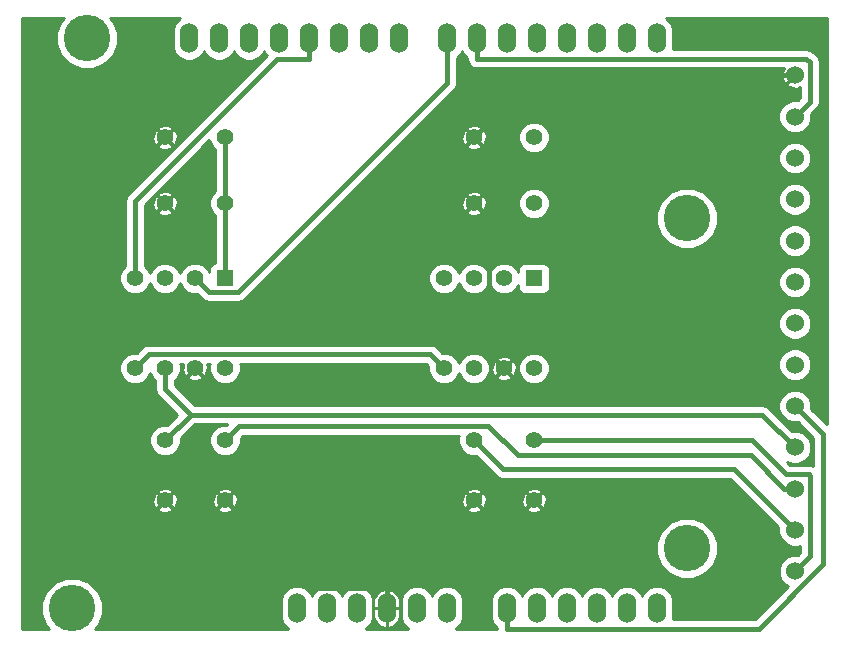
<source format=gtl>
G04 (created by PCBNEW-RS274X (2011-aug-04)-testing) date Mon 24 Sep 2012 02:44:33 PM PDT*
G01*
G70*
G90*
%MOIN*%
G04 Gerber Fmt 3.4, Leading zero omitted, Abs format*
%FSLAX34Y34*%
G04 APERTURE LIST*
%ADD10C,0.006000*%
%ADD11R,0.055000X0.055000*%
%ADD12C,0.055000*%
%ADD13O,0.060000X0.100000*%
%ADD14C,0.155000*%
%ADD15C,0.060000*%
%ADD16C,0.015000*%
%ADD17C,0.010000*%
G04 APERTURE END LIST*
G54D10*
G54D11*
X27400Y-18000D03*
G54D12*
X26400Y-18000D03*
X25400Y-18000D03*
X24400Y-18000D03*
X24400Y-21000D03*
X25400Y-21000D03*
X26400Y-21000D03*
X27400Y-21000D03*
G54D11*
X17100Y-18000D03*
G54D12*
X16100Y-18000D03*
X15100Y-18000D03*
X14100Y-18000D03*
X14100Y-21000D03*
X15100Y-21000D03*
X16100Y-21000D03*
X17100Y-21000D03*
X27400Y-13300D03*
X25400Y-13300D03*
X17100Y-13300D03*
X15100Y-13300D03*
X27400Y-15500D03*
X25400Y-15500D03*
X17100Y-15500D03*
X15100Y-15500D03*
X27400Y-23400D03*
X27400Y-25400D03*
X17100Y-23400D03*
X17100Y-25400D03*
X25400Y-23400D03*
X25400Y-25400D03*
X15100Y-23400D03*
X15100Y-25400D03*
G54D13*
X31500Y-29000D03*
X30500Y-29000D03*
X29500Y-29000D03*
X26500Y-29000D03*
X27500Y-29000D03*
X28500Y-29000D03*
X24500Y-29000D03*
X23500Y-29000D03*
X22500Y-29000D03*
X20500Y-29000D03*
X19500Y-29000D03*
X31500Y-10000D03*
X30500Y-10000D03*
X29500Y-10000D03*
X28500Y-10000D03*
X27500Y-10000D03*
X26500Y-10000D03*
X25500Y-10000D03*
X24500Y-10000D03*
X22900Y-10000D03*
X21900Y-10000D03*
X20900Y-10000D03*
X19900Y-10000D03*
X18900Y-10000D03*
X17900Y-10000D03*
X16900Y-10000D03*
X15900Y-10000D03*
X21500Y-29000D03*
G54D14*
X32500Y-27000D03*
X32500Y-16000D03*
X12500Y-10000D03*
X12000Y-29000D03*
G54D15*
X36101Y-27769D03*
X36100Y-26392D03*
X36099Y-25011D03*
X36100Y-23634D03*
X36100Y-22256D03*
X36100Y-20880D03*
X36100Y-19501D03*
X36099Y-18123D03*
X36099Y-16745D03*
X36099Y-15365D03*
X36098Y-12611D03*
X36099Y-13989D03*
X36099Y-11233D03*
G54D16*
X17100Y-18000D02*
X17100Y-15500D01*
X17100Y-15500D02*
X17100Y-13300D01*
X34894Y-29678D02*
X26500Y-29678D01*
X37035Y-27537D02*
X34894Y-29678D01*
X37035Y-23191D02*
X37035Y-27537D01*
X36100Y-22256D02*
X37035Y-23191D01*
X26500Y-29000D02*
X26500Y-29678D01*
X16554Y-18454D02*
X16100Y-18000D01*
X17533Y-18454D02*
X16554Y-18454D01*
X24500Y-11487D02*
X17533Y-18454D01*
X24500Y-10000D02*
X24500Y-11487D01*
X36484Y-10678D02*
X25500Y-10678D01*
X36603Y-10797D02*
X36484Y-10678D01*
X36603Y-12106D02*
X36603Y-10797D01*
X36098Y-12611D02*
X36603Y-12106D01*
X25500Y-10000D02*
X25500Y-10678D01*
X14566Y-20534D02*
X14100Y-21000D01*
X23934Y-20534D02*
X14566Y-20534D01*
X24400Y-21000D02*
X23934Y-20534D01*
X14100Y-15415D02*
X14100Y-18000D01*
X18837Y-10678D02*
X14100Y-15415D01*
X19900Y-10678D02*
X18837Y-10678D01*
X19900Y-10000D02*
X19900Y-10678D01*
X34666Y-23400D02*
X27400Y-23400D01*
X35798Y-24532D02*
X34666Y-23400D01*
X36555Y-24532D02*
X35798Y-24532D01*
X36598Y-24575D02*
X36555Y-24532D01*
X36598Y-27272D02*
X36598Y-24575D01*
X36101Y-27769D02*
X36598Y-27272D01*
X35741Y-25011D02*
X36099Y-25011D01*
X34632Y-23902D02*
X35741Y-25011D01*
X26854Y-23902D02*
X34632Y-23902D01*
X25878Y-22926D02*
X26854Y-23902D01*
X17574Y-22926D02*
X25878Y-22926D01*
X17100Y-23400D02*
X17574Y-22926D01*
X34073Y-24365D02*
X36100Y-26392D01*
X26365Y-24365D02*
X34073Y-24365D01*
X25400Y-23400D02*
X26365Y-24365D01*
X15100Y-21694D02*
X15100Y-21000D01*
X15953Y-22547D02*
X15100Y-21694D01*
X35013Y-22547D02*
X15953Y-22547D01*
X36100Y-23634D02*
X35013Y-22547D01*
X15953Y-22547D02*
X15100Y-23400D01*
X27467Y-11233D02*
X25400Y-13300D01*
X36099Y-11233D02*
X27467Y-11233D01*
X25900Y-20500D02*
X26400Y-21000D01*
X25900Y-16000D02*
X25900Y-20500D01*
X25400Y-15500D02*
X25900Y-16000D01*
X20022Y-28322D02*
X17100Y-25400D01*
X22500Y-28322D02*
X20022Y-28322D01*
X22500Y-29000D02*
X22500Y-28322D01*
X25400Y-25422D02*
X22500Y-28322D01*
X25400Y-25400D02*
X25400Y-25422D01*
G54D10*
G36*
X16775Y-17476D02*
X16684Y-17514D01*
X16614Y-17584D01*
X16576Y-17675D01*
X16576Y-17774D01*
X16576Y-17777D01*
X16545Y-17703D01*
X16398Y-17555D01*
X16205Y-17475D01*
X15996Y-17475D01*
X15803Y-17555D01*
X15655Y-17702D01*
X15599Y-17835D01*
X15545Y-17703D01*
X15518Y-17675D01*
X15518Y-15429D01*
X15459Y-15274D01*
X15446Y-15255D01*
X15377Y-15230D01*
X15370Y-15237D01*
X15370Y-15223D01*
X15345Y-15154D01*
X15194Y-15086D01*
X15029Y-15082D01*
X14874Y-15141D01*
X14855Y-15154D01*
X14830Y-15223D01*
X15100Y-15493D01*
X15370Y-15223D01*
X15370Y-15237D01*
X15107Y-15500D01*
X15377Y-15770D01*
X15446Y-15745D01*
X15514Y-15594D01*
X15518Y-15429D01*
X15518Y-17675D01*
X15398Y-17555D01*
X15370Y-17543D01*
X15370Y-15777D01*
X15100Y-15507D01*
X15093Y-15514D01*
X15093Y-15500D01*
X14823Y-15230D01*
X14754Y-15255D01*
X14686Y-15406D01*
X14682Y-15571D01*
X14741Y-15726D01*
X14754Y-15745D01*
X14823Y-15770D01*
X15093Y-15500D01*
X15093Y-15514D01*
X14830Y-15777D01*
X14855Y-15846D01*
X15006Y-15914D01*
X15171Y-15918D01*
X15326Y-15859D01*
X15345Y-15846D01*
X15370Y-15777D01*
X15370Y-17543D01*
X15205Y-17475D01*
X14996Y-17475D01*
X14803Y-17555D01*
X14655Y-17702D01*
X14599Y-17835D01*
X14545Y-17703D01*
X14425Y-17582D01*
X14425Y-15550D01*
X16575Y-13400D01*
X16575Y-13404D01*
X16655Y-13597D01*
X16775Y-13717D01*
X16775Y-15082D01*
X16655Y-15202D01*
X16575Y-15395D01*
X16575Y-15604D01*
X16655Y-15797D01*
X16775Y-15917D01*
X16775Y-17476D01*
X16775Y-17476D01*
G37*
G54D17*
X16775Y-17476D02*
X16684Y-17514D01*
X16614Y-17584D01*
X16576Y-17675D01*
X16576Y-17774D01*
X16576Y-17777D01*
X16545Y-17703D01*
X16398Y-17555D01*
X16205Y-17475D01*
X15996Y-17475D01*
X15803Y-17555D01*
X15655Y-17702D01*
X15599Y-17835D01*
X15545Y-17703D01*
X15518Y-17675D01*
X15518Y-15429D01*
X15459Y-15274D01*
X15446Y-15255D01*
X15377Y-15230D01*
X15370Y-15237D01*
X15370Y-15223D01*
X15345Y-15154D01*
X15194Y-15086D01*
X15029Y-15082D01*
X14874Y-15141D01*
X14855Y-15154D01*
X14830Y-15223D01*
X15100Y-15493D01*
X15370Y-15223D01*
X15370Y-15237D01*
X15107Y-15500D01*
X15377Y-15770D01*
X15446Y-15745D01*
X15514Y-15594D01*
X15518Y-15429D01*
X15518Y-17675D01*
X15398Y-17555D01*
X15370Y-17543D01*
X15370Y-15777D01*
X15100Y-15507D01*
X15093Y-15514D01*
X15093Y-15500D01*
X14823Y-15230D01*
X14754Y-15255D01*
X14686Y-15406D01*
X14682Y-15571D01*
X14741Y-15726D01*
X14754Y-15745D01*
X14823Y-15770D01*
X15093Y-15500D01*
X15093Y-15514D01*
X14830Y-15777D01*
X14855Y-15846D01*
X15006Y-15914D01*
X15171Y-15918D01*
X15326Y-15859D01*
X15345Y-15846D01*
X15370Y-15777D01*
X15370Y-17543D01*
X15205Y-17475D01*
X14996Y-17475D01*
X14803Y-17555D01*
X14655Y-17702D01*
X14599Y-17835D01*
X14545Y-17703D01*
X14425Y-17582D01*
X14425Y-15550D01*
X16575Y-13400D01*
X16575Y-13404D01*
X16655Y-13597D01*
X16775Y-13717D01*
X16775Y-15082D01*
X16655Y-15202D01*
X16575Y-15395D01*
X16575Y-15604D01*
X16655Y-15797D01*
X16775Y-15917D01*
X16775Y-17476D01*
G54D10*
G36*
X37175Y-22871D02*
X36649Y-22345D01*
X36649Y-22147D01*
X36649Y-20989D01*
X36649Y-20771D01*
X36649Y-19610D01*
X36649Y-19392D01*
X36648Y-19389D01*
X36648Y-18232D01*
X36648Y-18014D01*
X36648Y-16854D01*
X36648Y-16636D01*
X36648Y-15474D01*
X36648Y-15256D01*
X36648Y-14098D01*
X36648Y-13880D01*
X36564Y-13678D01*
X36410Y-13524D01*
X36208Y-13440D01*
X35990Y-13440D01*
X35788Y-13524D01*
X35634Y-13678D01*
X35550Y-13880D01*
X35550Y-14098D01*
X35634Y-14300D01*
X35788Y-14454D01*
X35990Y-14538D01*
X36208Y-14538D01*
X36410Y-14454D01*
X36564Y-14300D01*
X36648Y-14098D01*
X36648Y-15256D01*
X36564Y-15054D01*
X36410Y-14900D01*
X36208Y-14816D01*
X35990Y-14816D01*
X35788Y-14900D01*
X35634Y-15054D01*
X35550Y-15256D01*
X35550Y-15474D01*
X35634Y-15676D01*
X35788Y-15830D01*
X35990Y-15914D01*
X36208Y-15914D01*
X36410Y-15830D01*
X36564Y-15676D01*
X36648Y-15474D01*
X36648Y-16636D01*
X36564Y-16434D01*
X36410Y-16280D01*
X36208Y-16196D01*
X35990Y-16196D01*
X35788Y-16280D01*
X35634Y-16434D01*
X35550Y-16636D01*
X35550Y-16854D01*
X35634Y-17056D01*
X35788Y-17210D01*
X35990Y-17294D01*
X36208Y-17294D01*
X36410Y-17210D01*
X36564Y-17056D01*
X36648Y-16854D01*
X36648Y-18014D01*
X36564Y-17812D01*
X36410Y-17658D01*
X36208Y-17574D01*
X35990Y-17574D01*
X35788Y-17658D01*
X35634Y-17812D01*
X35550Y-18014D01*
X35550Y-18232D01*
X35634Y-18434D01*
X35788Y-18588D01*
X35990Y-18672D01*
X36208Y-18672D01*
X36410Y-18588D01*
X36564Y-18434D01*
X36648Y-18232D01*
X36648Y-19389D01*
X36565Y-19190D01*
X36411Y-19036D01*
X36209Y-18952D01*
X35991Y-18952D01*
X35789Y-19036D01*
X35635Y-19190D01*
X35551Y-19392D01*
X35551Y-19610D01*
X35635Y-19812D01*
X35789Y-19966D01*
X35991Y-20050D01*
X36209Y-20050D01*
X36411Y-19966D01*
X36565Y-19812D01*
X36649Y-19610D01*
X36649Y-20771D01*
X36565Y-20569D01*
X36411Y-20415D01*
X36209Y-20331D01*
X35991Y-20331D01*
X35789Y-20415D01*
X35635Y-20569D01*
X35551Y-20771D01*
X35551Y-20989D01*
X35635Y-21191D01*
X35789Y-21345D01*
X35991Y-21429D01*
X36209Y-21429D01*
X36411Y-21345D01*
X36565Y-21191D01*
X36649Y-20989D01*
X36649Y-22147D01*
X36565Y-21945D01*
X36411Y-21791D01*
X36209Y-21707D01*
X35991Y-21707D01*
X35789Y-21791D01*
X35635Y-21945D01*
X35551Y-22147D01*
X35551Y-22365D01*
X35635Y-22567D01*
X35789Y-22721D01*
X35991Y-22805D01*
X36189Y-22805D01*
X36710Y-23326D01*
X36710Y-24252D01*
X36679Y-24232D01*
X36555Y-24207D01*
X35932Y-24207D01*
X35849Y-24124D01*
X35991Y-24183D01*
X36209Y-24183D01*
X36411Y-24099D01*
X36565Y-23945D01*
X36649Y-23743D01*
X36649Y-23525D01*
X36565Y-23323D01*
X36411Y-23169D01*
X36209Y-23085D01*
X36011Y-23085D01*
X35243Y-22317D01*
X35137Y-22247D01*
X35013Y-22222D01*
X33525Y-22222D01*
X33525Y-16205D01*
X33525Y-15797D01*
X33369Y-15420D01*
X33081Y-15132D01*
X32705Y-14975D01*
X32297Y-14975D01*
X31920Y-15131D01*
X31632Y-15419D01*
X31475Y-15795D01*
X31475Y-16203D01*
X31631Y-16580D01*
X31919Y-16868D01*
X32295Y-17025D01*
X32703Y-17025D01*
X33080Y-16869D01*
X33368Y-16581D01*
X33525Y-16205D01*
X33525Y-22222D01*
X27925Y-22222D01*
X27925Y-21105D01*
X27925Y-20896D01*
X27925Y-15605D01*
X27925Y-15396D01*
X27925Y-13405D01*
X27925Y-13196D01*
X27845Y-13003D01*
X27698Y-12855D01*
X27505Y-12775D01*
X27296Y-12775D01*
X27103Y-12855D01*
X26955Y-13002D01*
X26875Y-13195D01*
X26875Y-13404D01*
X26955Y-13597D01*
X27102Y-13745D01*
X27295Y-13825D01*
X27504Y-13825D01*
X27697Y-13745D01*
X27845Y-13598D01*
X27925Y-13405D01*
X27925Y-15396D01*
X27845Y-15203D01*
X27698Y-15055D01*
X27505Y-14975D01*
X27296Y-14975D01*
X27103Y-15055D01*
X26955Y-15202D01*
X26875Y-15395D01*
X26875Y-15604D01*
X26955Y-15797D01*
X27102Y-15945D01*
X27295Y-16025D01*
X27504Y-16025D01*
X27697Y-15945D01*
X27845Y-15798D01*
X27925Y-15605D01*
X27925Y-20896D01*
X27924Y-20893D01*
X27924Y-18325D01*
X27924Y-18226D01*
X27924Y-17676D01*
X27886Y-17584D01*
X27816Y-17514D01*
X27725Y-17476D01*
X27626Y-17476D01*
X27076Y-17476D01*
X26984Y-17514D01*
X26914Y-17584D01*
X26876Y-17675D01*
X26876Y-17774D01*
X26876Y-17777D01*
X26845Y-17703D01*
X26698Y-17555D01*
X26505Y-17475D01*
X26296Y-17475D01*
X26103Y-17555D01*
X25955Y-17702D01*
X25899Y-17835D01*
X25845Y-17703D01*
X25818Y-17675D01*
X25818Y-15429D01*
X25818Y-13229D01*
X25759Y-13074D01*
X25746Y-13055D01*
X25677Y-13030D01*
X25670Y-13037D01*
X25670Y-13023D01*
X25645Y-12954D01*
X25494Y-12886D01*
X25329Y-12882D01*
X25174Y-12941D01*
X25155Y-12954D01*
X25130Y-13023D01*
X25400Y-13293D01*
X25670Y-13023D01*
X25670Y-13037D01*
X25407Y-13300D01*
X25677Y-13570D01*
X25746Y-13545D01*
X25814Y-13394D01*
X25818Y-13229D01*
X25818Y-15429D01*
X25759Y-15274D01*
X25746Y-15255D01*
X25677Y-15230D01*
X25670Y-15237D01*
X25670Y-15223D01*
X25670Y-13577D01*
X25400Y-13307D01*
X25393Y-13314D01*
X25393Y-13300D01*
X25123Y-13030D01*
X25054Y-13055D01*
X24986Y-13206D01*
X24982Y-13371D01*
X25041Y-13526D01*
X25054Y-13545D01*
X25123Y-13570D01*
X25393Y-13300D01*
X25393Y-13314D01*
X25130Y-13577D01*
X25155Y-13646D01*
X25306Y-13714D01*
X25471Y-13718D01*
X25626Y-13659D01*
X25645Y-13646D01*
X25670Y-13577D01*
X25670Y-15223D01*
X25645Y-15154D01*
X25494Y-15086D01*
X25329Y-15082D01*
X25174Y-15141D01*
X25155Y-15154D01*
X25130Y-15223D01*
X25400Y-15493D01*
X25670Y-15223D01*
X25670Y-15237D01*
X25407Y-15500D01*
X25677Y-15770D01*
X25746Y-15745D01*
X25814Y-15594D01*
X25818Y-15429D01*
X25818Y-17675D01*
X25698Y-17555D01*
X25670Y-17543D01*
X25670Y-15777D01*
X25400Y-15507D01*
X25393Y-15514D01*
X25393Y-15500D01*
X25123Y-15230D01*
X25054Y-15255D01*
X24986Y-15406D01*
X24982Y-15571D01*
X25041Y-15726D01*
X25054Y-15745D01*
X25123Y-15770D01*
X25393Y-15500D01*
X25393Y-15514D01*
X25130Y-15777D01*
X25155Y-15846D01*
X25306Y-15914D01*
X25471Y-15918D01*
X25626Y-15859D01*
X25645Y-15846D01*
X25670Y-15777D01*
X25670Y-17543D01*
X25505Y-17475D01*
X25296Y-17475D01*
X25103Y-17555D01*
X24955Y-17702D01*
X24899Y-17835D01*
X24845Y-17703D01*
X24698Y-17555D01*
X24505Y-17475D01*
X24296Y-17475D01*
X24103Y-17555D01*
X23955Y-17702D01*
X23875Y-17895D01*
X23875Y-18104D01*
X23955Y-18297D01*
X24102Y-18445D01*
X24295Y-18525D01*
X24504Y-18525D01*
X24697Y-18445D01*
X24845Y-18298D01*
X24900Y-18164D01*
X24955Y-18297D01*
X25102Y-18445D01*
X25295Y-18525D01*
X25504Y-18525D01*
X25697Y-18445D01*
X25845Y-18298D01*
X25900Y-18164D01*
X25955Y-18297D01*
X26102Y-18445D01*
X26295Y-18525D01*
X26504Y-18525D01*
X26697Y-18445D01*
X26845Y-18298D01*
X26876Y-18223D01*
X26876Y-18324D01*
X26914Y-18416D01*
X26984Y-18486D01*
X27075Y-18524D01*
X27174Y-18524D01*
X27724Y-18524D01*
X27816Y-18486D01*
X27886Y-18416D01*
X27924Y-18325D01*
X27924Y-20893D01*
X27845Y-20703D01*
X27698Y-20555D01*
X27505Y-20475D01*
X27296Y-20475D01*
X27103Y-20555D01*
X26955Y-20702D01*
X26875Y-20895D01*
X26875Y-21104D01*
X26955Y-21297D01*
X27102Y-21445D01*
X27295Y-21525D01*
X27504Y-21525D01*
X27697Y-21445D01*
X27845Y-21298D01*
X27925Y-21105D01*
X27925Y-22222D01*
X26818Y-22222D01*
X26818Y-20929D01*
X26759Y-20774D01*
X26746Y-20755D01*
X26677Y-20730D01*
X26670Y-20737D01*
X26670Y-20723D01*
X26645Y-20654D01*
X26494Y-20586D01*
X26329Y-20582D01*
X26174Y-20641D01*
X26155Y-20654D01*
X26130Y-20723D01*
X26400Y-20993D01*
X26670Y-20723D01*
X26670Y-20737D01*
X26407Y-21000D01*
X26677Y-21270D01*
X26746Y-21245D01*
X26814Y-21094D01*
X26818Y-20929D01*
X26818Y-22222D01*
X26670Y-22222D01*
X26670Y-21277D01*
X26400Y-21007D01*
X26393Y-21014D01*
X26393Y-21000D01*
X26123Y-20730D01*
X26054Y-20755D01*
X25986Y-20906D01*
X25982Y-21071D01*
X26041Y-21226D01*
X26054Y-21245D01*
X26123Y-21270D01*
X26393Y-21000D01*
X26393Y-21014D01*
X26130Y-21277D01*
X26155Y-21346D01*
X26306Y-21414D01*
X26471Y-21418D01*
X26626Y-21359D01*
X26645Y-21346D01*
X26670Y-21277D01*
X26670Y-22222D01*
X16370Y-22222D01*
X16370Y-21277D01*
X16100Y-21007D01*
X15830Y-21277D01*
X15855Y-21346D01*
X16006Y-21414D01*
X16171Y-21418D01*
X16326Y-21359D01*
X16345Y-21346D01*
X16370Y-21277D01*
X16370Y-22222D01*
X16088Y-22222D01*
X15425Y-21559D01*
X15425Y-21417D01*
X15545Y-21298D01*
X15625Y-21105D01*
X15625Y-20896D01*
X15609Y-20859D01*
X15707Y-20859D01*
X15686Y-20906D01*
X15682Y-21071D01*
X15741Y-21226D01*
X15754Y-21245D01*
X15823Y-21270D01*
X16058Y-21035D01*
X16093Y-21000D01*
X16100Y-20993D01*
X16107Y-21000D01*
X16142Y-21035D01*
X16377Y-21270D01*
X16446Y-21245D01*
X16514Y-21094D01*
X16518Y-20929D01*
X16491Y-20859D01*
X16589Y-20859D01*
X16575Y-20895D01*
X16575Y-21104D01*
X16655Y-21297D01*
X16802Y-21445D01*
X16995Y-21525D01*
X17204Y-21525D01*
X17397Y-21445D01*
X17545Y-21298D01*
X17625Y-21105D01*
X17625Y-20896D01*
X17609Y-20859D01*
X23799Y-20859D01*
X23875Y-20935D01*
X23875Y-21104D01*
X23955Y-21297D01*
X24102Y-21445D01*
X24295Y-21525D01*
X24504Y-21525D01*
X24697Y-21445D01*
X24845Y-21298D01*
X24900Y-21164D01*
X24955Y-21297D01*
X25102Y-21445D01*
X25295Y-21525D01*
X25504Y-21525D01*
X25697Y-21445D01*
X25845Y-21298D01*
X25925Y-21105D01*
X25925Y-20896D01*
X25845Y-20703D01*
X25698Y-20555D01*
X25505Y-20475D01*
X25296Y-20475D01*
X25103Y-20555D01*
X24955Y-20702D01*
X24899Y-20835D01*
X24845Y-20703D01*
X24698Y-20555D01*
X24505Y-20475D01*
X24335Y-20475D01*
X24164Y-20304D01*
X24058Y-20234D01*
X23934Y-20209D01*
X14566Y-20209D01*
X14442Y-20234D01*
X14336Y-20304D01*
X14165Y-20475D01*
X13996Y-20475D01*
X13803Y-20555D01*
X13655Y-20702D01*
X13575Y-20895D01*
X13575Y-21104D01*
X13655Y-21297D01*
X13802Y-21445D01*
X13995Y-21525D01*
X14204Y-21525D01*
X14397Y-21445D01*
X14545Y-21298D01*
X14600Y-21164D01*
X14655Y-21297D01*
X14775Y-21417D01*
X14775Y-21694D01*
X14800Y-21818D01*
X14870Y-21924D01*
X15493Y-22547D01*
X15165Y-22875D01*
X14996Y-22875D01*
X14803Y-22955D01*
X14655Y-23102D01*
X14575Y-23295D01*
X14575Y-23504D01*
X14655Y-23697D01*
X14802Y-23845D01*
X14995Y-23925D01*
X15204Y-23925D01*
X15397Y-23845D01*
X15545Y-23698D01*
X15625Y-23505D01*
X15625Y-23335D01*
X16088Y-22872D01*
X17168Y-22872D01*
X17165Y-22875D01*
X16996Y-22875D01*
X16803Y-22955D01*
X16655Y-23102D01*
X16575Y-23295D01*
X16575Y-23504D01*
X16655Y-23697D01*
X16802Y-23845D01*
X16995Y-23925D01*
X17204Y-23925D01*
X17397Y-23845D01*
X17545Y-23698D01*
X17625Y-23505D01*
X17625Y-23335D01*
X17709Y-23251D01*
X24893Y-23251D01*
X24875Y-23295D01*
X24875Y-23504D01*
X24955Y-23697D01*
X25102Y-23845D01*
X25295Y-23925D01*
X25465Y-23925D01*
X26133Y-24592D01*
X26135Y-24595D01*
X26240Y-24664D01*
X26241Y-24665D01*
X26339Y-24684D01*
X26364Y-24690D01*
X26364Y-24689D01*
X26365Y-24690D01*
X33938Y-24690D01*
X35551Y-26302D01*
X35551Y-26501D01*
X35635Y-26703D01*
X35789Y-26857D01*
X35991Y-26941D01*
X36209Y-26941D01*
X36273Y-26914D01*
X36273Y-27137D01*
X36190Y-27220D01*
X35992Y-27220D01*
X35790Y-27304D01*
X35636Y-27458D01*
X35552Y-27660D01*
X35552Y-27878D01*
X35636Y-28080D01*
X35790Y-28234D01*
X35852Y-28260D01*
X34759Y-29353D01*
X33525Y-29353D01*
X33525Y-27205D01*
X33525Y-26797D01*
X33369Y-26420D01*
X33081Y-26132D01*
X32705Y-25975D01*
X32297Y-25975D01*
X31920Y-26131D01*
X31632Y-26419D01*
X31475Y-26795D01*
X31475Y-27203D01*
X31631Y-27580D01*
X31919Y-27868D01*
X32295Y-28025D01*
X32703Y-28025D01*
X33080Y-27869D01*
X33368Y-27581D01*
X33525Y-27205D01*
X33525Y-29353D01*
X32027Y-29353D01*
X32040Y-29322D01*
X32040Y-29107D01*
X32040Y-28679D01*
X31958Y-28480D01*
X31806Y-28329D01*
X31608Y-28246D01*
X31393Y-28246D01*
X31194Y-28328D01*
X31043Y-28480D01*
X31000Y-28582D01*
X30958Y-28480D01*
X30806Y-28329D01*
X30608Y-28246D01*
X30393Y-28246D01*
X30194Y-28328D01*
X30043Y-28480D01*
X30000Y-28582D01*
X29958Y-28480D01*
X29806Y-28329D01*
X29608Y-28246D01*
X29393Y-28246D01*
X29194Y-28328D01*
X29043Y-28480D01*
X29000Y-28582D01*
X28958Y-28480D01*
X28806Y-28329D01*
X28608Y-28246D01*
X28393Y-28246D01*
X28194Y-28328D01*
X28043Y-28480D01*
X28000Y-28582D01*
X27958Y-28480D01*
X27818Y-28340D01*
X27818Y-25329D01*
X27759Y-25174D01*
X27746Y-25155D01*
X27677Y-25130D01*
X27670Y-25137D01*
X27670Y-25123D01*
X27645Y-25054D01*
X27494Y-24986D01*
X27329Y-24982D01*
X27174Y-25041D01*
X27155Y-25054D01*
X27130Y-25123D01*
X27400Y-25393D01*
X27670Y-25123D01*
X27670Y-25137D01*
X27407Y-25400D01*
X27677Y-25670D01*
X27746Y-25645D01*
X27814Y-25494D01*
X27818Y-25329D01*
X27818Y-28340D01*
X27806Y-28329D01*
X27670Y-28271D01*
X27670Y-25677D01*
X27400Y-25407D01*
X27393Y-25414D01*
X27393Y-25400D01*
X27123Y-25130D01*
X27054Y-25155D01*
X26986Y-25306D01*
X26982Y-25471D01*
X27041Y-25626D01*
X27054Y-25645D01*
X27123Y-25670D01*
X27393Y-25400D01*
X27393Y-25414D01*
X27130Y-25677D01*
X27155Y-25746D01*
X27306Y-25814D01*
X27471Y-25818D01*
X27626Y-25759D01*
X27645Y-25746D01*
X27670Y-25677D01*
X27670Y-28271D01*
X27608Y-28246D01*
X27393Y-28246D01*
X27194Y-28328D01*
X27043Y-28480D01*
X27000Y-28582D01*
X26958Y-28480D01*
X26806Y-28329D01*
X26608Y-28246D01*
X26393Y-28246D01*
X26194Y-28328D01*
X26043Y-28480D01*
X25960Y-28678D01*
X25960Y-28893D01*
X25960Y-29321D01*
X26042Y-29520D01*
X26175Y-29652D01*
X26175Y-29675D01*
X25818Y-29675D01*
X25818Y-25329D01*
X25759Y-25174D01*
X25746Y-25155D01*
X25677Y-25130D01*
X25670Y-25137D01*
X25670Y-25123D01*
X25645Y-25054D01*
X25494Y-24986D01*
X25329Y-24982D01*
X25174Y-25041D01*
X25155Y-25054D01*
X25130Y-25123D01*
X25400Y-25393D01*
X25670Y-25123D01*
X25670Y-25137D01*
X25407Y-25400D01*
X25677Y-25670D01*
X25746Y-25645D01*
X25814Y-25494D01*
X25818Y-25329D01*
X25818Y-29675D01*
X25670Y-29675D01*
X25670Y-25677D01*
X25400Y-25407D01*
X25393Y-25414D01*
X25393Y-25400D01*
X25123Y-25130D01*
X25054Y-25155D01*
X24986Y-25306D01*
X24982Y-25471D01*
X25041Y-25626D01*
X25054Y-25645D01*
X25123Y-25670D01*
X25393Y-25400D01*
X25393Y-25414D01*
X25130Y-25677D01*
X25155Y-25746D01*
X25306Y-25814D01*
X25471Y-25818D01*
X25626Y-25759D01*
X25645Y-25746D01*
X25670Y-25677D01*
X25670Y-29675D01*
X24798Y-29675D01*
X24806Y-29672D01*
X24957Y-29520D01*
X25040Y-29322D01*
X25040Y-29107D01*
X25040Y-28679D01*
X24958Y-28480D01*
X24806Y-28329D01*
X24608Y-28246D01*
X24393Y-28246D01*
X24194Y-28328D01*
X24043Y-28480D01*
X24000Y-28582D01*
X23958Y-28480D01*
X23806Y-28329D01*
X23608Y-28246D01*
X23393Y-28246D01*
X23194Y-28328D01*
X23043Y-28480D01*
X22960Y-28678D01*
X22960Y-28893D01*
X22960Y-29321D01*
X23042Y-29520D01*
X23194Y-29671D01*
X23203Y-29675D01*
X22950Y-29675D01*
X22950Y-29295D01*
X22950Y-29005D01*
X22950Y-28995D01*
X22950Y-28705D01*
X22879Y-28540D01*
X22751Y-28415D01*
X22575Y-28357D01*
X22505Y-28388D01*
X22505Y-28995D01*
X22950Y-28995D01*
X22950Y-29005D01*
X22505Y-29005D01*
X22505Y-29612D01*
X22575Y-29643D01*
X22751Y-29585D01*
X22879Y-29460D01*
X22950Y-29295D01*
X22950Y-29675D01*
X22495Y-29675D01*
X22495Y-29612D01*
X22495Y-29005D01*
X22495Y-28995D01*
X22495Y-28388D01*
X22425Y-28357D01*
X22249Y-28415D01*
X22121Y-28540D01*
X22050Y-28705D01*
X22050Y-28995D01*
X22495Y-28995D01*
X22495Y-29005D01*
X22050Y-29005D01*
X22050Y-29295D01*
X22121Y-29460D01*
X22249Y-29585D01*
X22425Y-29643D01*
X22495Y-29612D01*
X22495Y-29675D01*
X21798Y-29675D01*
X21806Y-29672D01*
X21957Y-29520D01*
X22040Y-29322D01*
X22040Y-29107D01*
X22040Y-28679D01*
X21958Y-28480D01*
X21806Y-28329D01*
X21608Y-28246D01*
X21393Y-28246D01*
X21194Y-28328D01*
X21043Y-28480D01*
X21000Y-28582D01*
X20958Y-28480D01*
X20806Y-28329D01*
X20608Y-28246D01*
X20393Y-28246D01*
X20194Y-28328D01*
X20043Y-28480D01*
X20000Y-28582D01*
X19958Y-28480D01*
X19806Y-28329D01*
X19608Y-28246D01*
X19393Y-28246D01*
X19194Y-28328D01*
X19043Y-28480D01*
X18960Y-28678D01*
X18960Y-28893D01*
X18960Y-29321D01*
X19042Y-29520D01*
X19194Y-29671D01*
X19203Y-29675D01*
X17518Y-29675D01*
X17518Y-25329D01*
X17459Y-25174D01*
X17446Y-25155D01*
X17377Y-25130D01*
X17370Y-25137D01*
X17370Y-25123D01*
X17345Y-25054D01*
X17194Y-24986D01*
X17029Y-24982D01*
X16874Y-25041D01*
X16855Y-25054D01*
X16830Y-25123D01*
X17100Y-25393D01*
X17370Y-25123D01*
X17370Y-25137D01*
X17107Y-25400D01*
X17377Y-25670D01*
X17446Y-25645D01*
X17514Y-25494D01*
X17518Y-25329D01*
X17518Y-29675D01*
X17370Y-29675D01*
X17370Y-25677D01*
X17100Y-25407D01*
X17093Y-25414D01*
X17093Y-25400D01*
X16823Y-25130D01*
X16754Y-25155D01*
X16686Y-25306D01*
X16682Y-25471D01*
X16741Y-25626D01*
X16754Y-25645D01*
X16823Y-25670D01*
X17093Y-25400D01*
X17093Y-25414D01*
X16830Y-25677D01*
X16855Y-25746D01*
X17006Y-25814D01*
X17171Y-25818D01*
X17326Y-25759D01*
X17345Y-25746D01*
X17370Y-25677D01*
X17370Y-29675D01*
X15518Y-29675D01*
X15518Y-25329D01*
X15459Y-25174D01*
X15446Y-25155D01*
X15377Y-25130D01*
X15370Y-25137D01*
X15370Y-25123D01*
X15345Y-25054D01*
X15194Y-24986D01*
X15029Y-24982D01*
X14874Y-25041D01*
X14855Y-25054D01*
X14830Y-25123D01*
X15100Y-25393D01*
X15370Y-25123D01*
X15370Y-25137D01*
X15107Y-25400D01*
X15377Y-25670D01*
X15446Y-25645D01*
X15514Y-25494D01*
X15518Y-25329D01*
X15518Y-29675D01*
X15370Y-29675D01*
X15370Y-25677D01*
X15100Y-25407D01*
X15093Y-25414D01*
X15093Y-25400D01*
X14823Y-25130D01*
X14754Y-25155D01*
X14686Y-25306D01*
X14682Y-25471D01*
X14741Y-25626D01*
X14754Y-25645D01*
X14823Y-25670D01*
X15093Y-25400D01*
X15093Y-25414D01*
X14830Y-25677D01*
X14855Y-25746D01*
X15006Y-25814D01*
X15171Y-25818D01*
X15326Y-25759D01*
X15345Y-25746D01*
X15370Y-25677D01*
X15370Y-29675D01*
X12774Y-29675D01*
X12868Y-29581D01*
X13025Y-29205D01*
X13025Y-28797D01*
X12869Y-28420D01*
X12581Y-28132D01*
X12205Y-27975D01*
X11797Y-27975D01*
X11420Y-28131D01*
X11132Y-28419D01*
X10975Y-28795D01*
X10975Y-29203D01*
X11131Y-29580D01*
X11226Y-29675D01*
X10325Y-29675D01*
X10325Y-09325D01*
X11726Y-09325D01*
X11632Y-09419D01*
X11475Y-09795D01*
X11475Y-10203D01*
X11631Y-10580D01*
X11919Y-10868D01*
X12295Y-11025D01*
X12703Y-11025D01*
X13080Y-10869D01*
X13368Y-10581D01*
X13525Y-10205D01*
X13525Y-09797D01*
X13369Y-09420D01*
X13274Y-09325D01*
X15601Y-09325D01*
X15594Y-09328D01*
X15443Y-09480D01*
X15360Y-09678D01*
X15360Y-09893D01*
X15360Y-10321D01*
X15442Y-10520D01*
X15594Y-10671D01*
X15792Y-10754D01*
X16007Y-10754D01*
X16206Y-10672D01*
X16357Y-10520D01*
X16399Y-10417D01*
X16442Y-10520D01*
X16594Y-10671D01*
X16792Y-10754D01*
X17007Y-10754D01*
X17206Y-10672D01*
X17357Y-10520D01*
X17399Y-10417D01*
X17442Y-10520D01*
X17594Y-10671D01*
X17792Y-10754D01*
X18007Y-10754D01*
X18206Y-10672D01*
X18357Y-10520D01*
X18399Y-10417D01*
X18442Y-10520D01*
X18488Y-10566D01*
X15518Y-13536D01*
X15518Y-13229D01*
X15459Y-13074D01*
X15446Y-13055D01*
X15377Y-13030D01*
X15370Y-13037D01*
X15370Y-13023D01*
X15345Y-12954D01*
X15194Y-12886D01*
X15029Y-12882D01*
X14874Y-12941D01*
X14855Y-12954D01*
X14830Y-13023D01*
X15100Y-13293D01*
X15370Y-13023D01*
X15370Y-13037D01*
X15107Y-13300D01*
X15377Y-13570D01*
X15446Y-13545D01*
X15514Y-13394D01*
X15518Y-13229D01*
X15518Y-13536D01*
X15370Y-13684D01*
X15370Y-13577D01*
X15100Y-13307D01*
X15093Y-13314D01*
X15093Y-13300D01*
X14823Y-13030D01*
X14754Y-13055D01*
X14686Y-13206D01*
X14682Y-13371D01*
X14741Y-13526D01*
X14754Y-13545D01*
X14823Y-13570D01*
X15093Y-13300D01*
X15093Y-13314D01*
X14830Y-13577D01*
X14855Y-13646D01*
X15006Y-13714D01*
X15171Y-13718D01*
X15326Y-13659D01*
X15345Y-13646D01*
X15370Y-13577D01*
X15370Y-13684D01*
X13870Y-15185D01*
X13800Y-15291D01*
X13775Y-15415D01*
X13775Y-17582D01*
X13655Y-17702D01*
X13575Y-17895D01*
X13575Y-18104D01*
X13655Y-18297D01*
X13802Y-18445D01*
X13995Y-18525D01*
X14204Y-18525D01*
X14397Y-18445D01*
X14545Y-18298D01*
X14600Y-18164D01*
X14655Y-18297D01*
X14802Y-18445D01*
X14995Y-18525D01*
X15204Y-18525D01*
X15397Y-18445D01*
X15545Y-18298D01*
X15600Y-18164D01*
X15655Y-18297D01*
X15802Y-18445D01*
X15995Y-18525D01*
X16165Y-18525D01*
X16324Y-18684D01*
X16430Y-18754D01*
X16554Y-18779D01*
X17533Y-18779D01*
X17657Y-18754D01*
X17763Y-18684D01*
X24727Y-11718D01*
X24729Y-11717D01*
X24730Y-11717D01*
X24799Y-11612D01*
X24800Y-11611D01*
X24819Y-11513D01*
X24825Y-11488D01*
X24824Y-11487D01*
X24825Y-11487D01*
X24825Y-10652D01*
X24957Y-10520D01*
X24999Y-10417D01*
X25042Y-10520D01*
X25175Y-10652D01*
X25175Y-10678D01*
X25200Y-10802D01*
X25270Y-10908D01*
X25376Y-10978D01*
X25500Y-11003D01*
X35719Y-11003D01*
X35661Y-11133D01*
X35655Y-11308D01*
X35717Y-11472D01*
X35733Y-11493D01*
X35804Y-11521D01*
X36057Y-11268D01*
X36092Y-11233D01*
X36099Y-11226D01*
X36106Y-11233D01*
X36099Y-11240D01*
X36064Y-11275D01*
X35811Y-11528D01*
X35839Y-11599D01*
X35999Y-11671D01*
X36174Y-11677D01*
X36278Y-11637D01*
X36278Y-11971D01*
X36187Y-12062D01*
X35989Y-12062D01*
X35787Y-12146D01*
X35633Y-12300D01*
X35549Y-12502D01*
X35549Y-12720D01*
X35633Y-12922D01*
X35787Y-13076D01*
X35989Y-13160D01*
X36207Y-13160D01*
X36409Y-13076D01*
X36563Y-12922D01*
X36647Y-12720D01*
X36647Y-12522D01*
X36833Y-12336D01*
X36903Y-12231D01*
X36903Y-12230D01*
X36928Y-12106D01*
X36928Y-10797D01*
X36903Y-10673D01*
X36903Y-10672D01*
X36833Y-10567D01*
X36714Y-10448D01*
X36608Y-10378D01*
X36484Y-10353D01*
X32027Y-10353D01*
X32040Y-10322D01*
X32040Y-10107D01*
X32040Y-09679D01*
X31958Y-09480D01*
X31806Y-09329D01*
X31796Y-09325D01*
X37175Y-09325D01*
X37175Y-22871D01*
X37175Y-22871D01*
G37*
G54D17*
X37175Y-22871D02*
X36649Y-22345D01*
X36649Y-22147D01*
X36649Y-20989D01*
X36649Y-20771D01*
X36649Y-19610D01*
X36649Y-19392D01*
X36648Y-19389D01*
X36648Y-18232D01*
X36648Y-18014D01*
X36648Y-16854D01*
X36648Y-16636D01*
X36648Y-15474D01*
X36648Y-15256D01*
X36648Y-14098D01*
X36648Y-13880D01*
X36564Y-13678D01*
X36410Y-13524D01*
X36208Y-13440D01*
X35990Y-13440D01*
X35788Y-13524D01*
X35634Y-13678D01*
X35550Y-13880D01*
X35550Y-14098D01*
X35634Y-14300D01*
X35788Y-14454D01*
X35990Y-14538D01*
X36208Y-14538D01*
X36410Y-14454D01*
X36564Y-14300D01*
X36648Y-14098D01*
X36648Y-15256D01*
X36564Y-15054D01*
X36410Y-14900D01*
X36208Y-14816D01*
X35990Y-14816D01*
X35788Y-14900D01*
X35634Y-15054D01*
X35550Y-15256D01*
X35550Y-15474D01*
X35634Y-15676D01*
X35788Y-15830D01*
X35990Y-15914D01*
X36208Y-15914D01*
X36410Y-15830D01*
X36564Y-15676D01*
X36648Y-15474D01*
X36648Y-16636D01*
X36564Y-16434D01*
X36410Y-16280D01*
X36208Y-16196D01*
X35990Y-16196D01*
X35788Y-16280D01*
X35634Y-16434D01*
X35550Y-16636D01*
X35550Y-16854D01*
X35634Y-17056D01*
X35788Y-17210D01*
X35990Y-17294D01*
X36208Y-17294D01*
X36410Y-17210D01*
X36564Y-17056D01*
X36648Y-16854D01*
X36648Y-18014D01*
X36564Y-17812D01*
X36410Y-17658D01*
X36208Y-17574D01*
X35990Y-17574D01*
X35788Y-17658D01*
X35634Y-17812D01*
X35550Y-18014D01*
X35550Y-18232D01*
X35634Y-18434D01*
X35788Y-18588D01*
X35990Y-18672D01*
X36208Y-18672D01*
X36410Y-18588D01*
X36564Y-18434D01*
X36648Y-18232D01*
X36648Y-19389D01*
X36565Y-19190D01*
X36411Y-19036D01*
X36209Y-18952D01*
X35991Y-18952D01*
X35789Y-19036D01*
X35635Y-19190D01*
X35551Y-19392D01*
X35551Y-19610D01*
X35635Y-19812D01*
X35789Y-19966D01*
X35991Y-20050D01*
X36209Y-20050D01*
X36411Y-19966D01*
X36565Y-19812D01*
X36649Y-19610D01*
X36649Y-20771D01*
X36565Y-20569D01*
X36411Y-20415D01*
X36209Y-20331D01*
X35991Y-20331D01*
X35789Y-20415D01*
X35635Y-20569D01*
X35551Y-20771D01*
X35551Y-20989D01*
X35635Y-21191D01*
X35789Y-21345D01*
X35991Y-21429D01*
X36209Y-21429D01*
X36411Y-21345D01*
X36565Y-21191D01*
X36649Y-20989D01*
X36649Y-22147D01*
X36565Y-21945D01*
X36411Y-21791D01*
X36209Y-21707D01*
X35991Y-21707D01*
X35789Y-21791D01*
X35635Y-21945D01*
X35551Y-22147D01*
X35551Y-22365D01*
X35635Y-22567D01*
X35789Y-22721D01*
X35991Y-22805D01*
X36189Y-22805D01*
X36710Y-23326D01*
X36710Y-24252D01*
X36679Y-24232D01*
X36555Y-24207D01*
X35932Y-24207D01*
X35849Y-24124D01*
X35991Y-24183D01*
X36209Y-24183D01*
X36411Y-24099D01*
X36565Y-23945D01*
X36649Y-23743D01*
X36649Y-23525D01*
X36565Y-23323D01*
X36411Y-23169D01*
X36209Y-23085D01*
X36011Y-23085D01*
X35243Y-22317D01*
X35137Y-22247D01*
X35013Y-22222D01*
X33525Y-22222D01*
X33525Y-16205D01*
X33525Y-15797D01*
X33369Y-15420D01*
X33081Y-15132D01*
X32705Y-14975D01*
X32297Y-14975D01*
X31920Y-15131D01*
X31632Y-15419D01*
X31475Y-15795D01*
X31475Y-16203D01*
X31631Y-16580D01*
X31919Y-16868D01*
X32295Y-17025D01*
X32703Y-17025D01*
X33080Y-16869D01*
X33368Y-16581D01*
X33525Y-16205D01*
X33525Y-22222D01*
X27925Y-22222D01*
X27925Y-21105D01*
X27925Y-20896D01*
X27925Y-15605D01*
X27925Y-15396D01*
X27925Y-13405D01*
X27925Y-13196D01*
X27845Y-13003D01*
X27698Y-12855D01*
X27505Y-12775D01*
X27296Y-12775D01*
X27103Y-12855D01*
X26955Y-13002D01*
X26875Y-13195D01*
X26875Y-13404D01*
X26955Y-13597D01*
X27102Y-13745D01*
X27295Y-13825D01*
X27504Y-13825D01*
X27697Y-13745D01*
X27845Y-13598D01*
X27925Y-13405D01*
X27925Y-15396D01*
X27845Y-15203D01*
X27698Y-15055D01*
X27505Y-14975D01*
X27296Y-14975D01*
X27103Y-15055D01*
X26955Y-15202D01*
X26875Y-15395D01*
X26875Y-15604D01*
X26955Y-15797D01*
X27102Y-15945D01*
X27295Y-16025D01*
X27504Y-16025D01*
X27697Y-15945D01*
X27845Y-15798D01*
X27925Y-15605D01*
X27925Y-20896D01*
X27924Y-20893D01*
X27924Y-18325D01*
X27924Y-18226D01*
X27924Y-17676D01*
X27886Y-17584D01*
X27816Y-17514D01*
X27725Y-17476D01*
X27626Y-17476D01*
X27076Y-17476D01*
X26984Y-17514D01*
X26914Y-17584D01*
X26876Y-17675D01*
X26876Y-17774D01*
X26876Y-17777D01*
X26845Y-17703D01*
X26698Y-17555D01*
X26505Y-17475D01*
X26296Y-17475D01*
X26103Y-17555D01*
X25955Y-17702D01*
X25899Y-17835D01*
X25845Y-17703D01*
X25818Y-17675D01*
X25818Y-15429D01*
X25818Y-13229D01*
X25759Y-13074D01*
X25746Y-13055D01*
X25677Y-13030D01*
X25670Y-13037D01*
X25670Y-13023D01*
X25645Y-12954D01*
X25494Y-12886D01*
X25329Y-12882D01*
X25174Y-12941D01*
X25155Y-12954D01*
X25130Y-13023D01*
X25400Y-13293D01*
X25670Y-13023D01*
X25670Y-13037D01*
X25407Y-13300D01*
X25677Y-13570D01*
X25746Y-13545D01*
X25814Y-13394D01*
X25818Y-13229D01*
X25818Y-15429D01*
X25759Y-15274D01*
X25746Y-15255D01*
X25677Y-15230D01*
X25670Y-15237D01*
X25670Y-15223D01*
X25670Y-13577D01*
X25400Y-13307D01*
X25393Y-13314D01*
X25393Y-13300D01*
X25123Y-13030D01*
X25054Y-13055D01*
X24986Y-13206D01*
X24982Y-13371D01*
X25041Y-13526D01*
X25054Y-13545D01*
X25123Y-13570D01*
X25393Y-13300D01*
X25393Y-13314D01*
X25130Y-13577D01*
X25155Y-13646D01*
X25306Y-13714D01*
X25471Y-13718D01*
X25626Y-13659D01*
X25645Y-13646D01*
X25670Y-13577D01*
X25670Y-15223D01*
X25645Y-15154D01*
X25494Y-15086D01*
X25329Y-15082D01*
X25174Y-15141D01*
X25155Y-15154D01*
X25130Y-15223D01*
X25400Y-15493D01*
X25670Y-15223D01*
X25670Y-15237D01*
X25407Y-15500D01*
X25677Y-15770D01*
X25746Y-15745D01*
X25814Y-15594D01*
X25818Y-15429D01*
X25818Y-17675D01*
X25698Y-17555D01*
X25670Y-17543D01*
X25670Y-15777D01*
X25400Y-15507D01*
X25393Y-15514D01*
X25393Y-15500D01*
X25123Y-15230D01*
X25054Y-15255D01*
X24986Y-15406D01*
X24982Y-15571D01*
X25041Y-15726D01*
X25054Y-15745D01*
X25123Y-15770D01*
X25393Y-15500D01*
X25393Y-15514D01*
X25130Y-15777D01*
X25155Y-15846D01*
X25306Y-15914D01*
X25471Y-15918D01*
X25626Y-15859D01*
X25645Y-15846D01*
X25670Y-15777D01*
X25670Y-17543D01*
X25505Y-17475D01*
X25296Y-17475D01*
X25103Y-17555D01*
X24955Y-17702D01*
X24899Y-17835D01*
X24845Y-17703D01*
X24698Y-17555D01*
X24505Y-17475D01*
X24296Y-17475D01*
X24103Y-17555D01*
X23955Y-17702D01*
X23875Y-17895D01*
X23875Y-18104D01*
X23955Y-18297D01*
X24102Y-18445D01*
X24295Y-18525D01*
X24504Y-18525D01*
X24697Y-18445D01*
X24845Y-18298D01*
X24900Y-18164D01*
X24955Y-18297D01*
X25102Y-18445D01*
X25295Y-18525D01*
X25504Y-18525D01*
X25697Y-18445D01*
X25845Y-18298D01*
X25900Y-18164D01*
X25955Y-18297D01*
X26102Y-18445D01*
X26295Y-18525D01*
X26504Y-18525D01*
X26697Y-18445D01*
X26845Y-18298D01*
X26876Y-18223D01*
X26876Y-18324D01*
X26914Y-18416D01*
X26984Y-18486D01*
X27075Y-18524D01*
X27174Y-18524D01*
X27724Y-18524D01*
X27816Y-18486D01*
X27886Y-18416D01*
X27924Y-18325D01*
X27924Y-20893D01*
X27845Y-20703D01*
X27698Y-20555D01*
X27505Y-20475D01*
X27296Y-20475D01*
X27103Y-20555D01*
X26955Y-20702D01*
X26875Y-20895D01*
X26875Y-21104D01*
X26955Y-21297D01*
X27102Y-21445D01*
X27295Y-21525D01*
X27504Y-21525D01*
X27697Y-21445D01*
X27845Y-21298D01*
X27925Y-21105D01*
X27925Y-22222D01*
X26818Y-22222D01*
X26818Y-20929D01*
X26759Y-20774D01*
X26746Y-20755D01*
X26677Y-20730D01*
X26670Y-20737D01*
X26670Y-20723D01*
X26645Y-20654D01*
X26494Y-20586D01*
X26329Y-20582D01*
X26174Y-20641D01*
X26155Y-20654D01*
X26130Y-20723D01*
X26400Y-20993D01*
X26670Y-20723D01*
X26670Y-20737D01*
X26407Y-21000D01*
X26677Y-21270D01*
X26746Y-21245D01*
X26814Y-21094D01*
X26818Y-20929D01*
X26818Y-22222D01*
X26670Y-22222D01*
X26670Y-21277D01*
X26400Y-21007D01*
X26393Y-21014D01*
X26393Y-21000D01*
X26123Y-20730D01*
X26054Y-20755D01*
X25986Y-20906D01*
X25982Y-21071D01*
X26041Y-21226D01*
X26054Y-21245D01*
X26123Y-21270D01*
X26393Y-21000D01*
X26393Y-21014D01*
X26130Y-21277D01*
X26155Y-21346D01*
X26306Y-21414D01*
X26471Y-21418D01*
X26626Y-21359D01*
X26645Y-21346D01*
X26670Y-21277D01*
X26670Y-22222D01*
X16370Y-22222D01*
X16370Y-21277D01*
X16100Y-21007D01*
X15830Y-21277D01*
X15855Y-21346D01*
X16006Y-21414D01*
X16171Y-21418D01*
X16326Y-21359D01*
X16345Y-21346D01*
X16370Y-21277D01*
X16370Y-22222D01*
X16088Y-22222D01*
X15425Y-21559D01*
X15425Y-21417D01*
X15545Y-21298D01*
X15625Y-21105D01*
X15625Y-20896D01*
X15609Y-20859D01*
X15707Y-20859D01*
X15686Y-20906D01*
X15682Y-21071D01*
X15741Y-21226D01*
X15754Y-21245D01*
X15823Y-21270D01*
X16058Y-21035D01*
X16093Y-21000D01*
X16100Y-20993D01*
X16107Y-21000D01*
X16142Y-21035D01*
X16377Y-21270D01*
X16446Y-21245D01*
X16514Y-21094D01*
X16518Y-20929D01*
X16491Y-20859D01*
X16589Y-20859D01*
X16575Y-20895D01*
X16575Y-21104D01*
X16655Y-21297D01*
X16802Y-21445D01*
X16995Y-21525D01*
X17204Y-21525D01*
X17397Y-21445D01*
X17545Y-21298D01*
X17625Y-21105D01*
X17625Y-20896D01*
X17609Y-20859D01*
X23799Y-20859D01*
X23875Y-20935D01*
X23875Y-21104D01*
X23955Y-21297D01*
X24102Y-21445D01*
X24295Y-21525D01*
X24504Y-21525D01*
X24697Y-21445D01*
X24845Y-21298D01*
X24900Y-21164D01*
X24955Y-21297D01*
X25102Y-21445D01*
X25295Y-21525D01*
X25504Y-21525D01*
X25697Y-21445D01*
X25845Y-21298D01*
X25925Y-21105D01*
X25925Y-20896D01*
X25845Y-20703D01*
X25698Y-20555D01*
X25505Y-20475D01*
X25296Y-20475D01*
X25103Y-20555D01*
X24955Y-20702D01*
X24899Y-20835D01*
X24845Y-20703D01*
X24698Y-20555D01*
X24505Y-20475D01*
X24335Y-20475D01*
X24164Y-20304D01*
X24058Y-20234D01*
X23934Y-20209D01*
X14566Y-20209D01*
X14442Y-20234D01*
X14336Y-20304D01*
X14165Y-20475D01*
X13996Y-20475D01*
X13803Y-20555D01*
X13655Y-20702D01*
X13575Y-20895D01*
X13575Y-21104D01*
X13655Y-21297D01*
X13802Y-21445D01*
X13995Y-21525D01*
X14204Y-21525D01*
X14397Y-21445D01*
X14545Y-21298D01*
X14600Y-21164D01*
X14655Y-21297D01*
X14775Y-21417D01*
X14775Y-21694D01*
X14800Y-21818D01*
X14870Y-21924D01*
X15493Y-22547D01*
X15165Y-22875D01*
X14996Y-22875D01*
X14803Y-22955D01*
X14655Y-23102D01*
X14575Y-23295D01*
X14575Y-23504D01*
X14655Y-23697D01*
X14802Y-23845D01*
X14995Y-23925D01*
X15204Y-23925D01*
X15397Y-23845D01*
X15545Y-23698D01*
X15625Y-23505D01*
X15625Y-23335D01*
X16088Y-22872D01*
X17168Y-22872D01*
X17165Y-22875D01*
X16996Y-22875D01*
X16803Y-22955D01*
X16655Y-23102D01*
X16575Y-23295D01*
X16575Y-23504D01*
X16655Y-23697D01*
X16802Y-23845D01*
X16995Y-23925D01*
X17204Y-23925D01*
X17397Y-23845D01*
X17545Y-23698D01*
X17625Y-23505D01*
X17625Y-23335D01*
X17709Y-23251D01*
X24893Y-23251D01*
X24875Y-23295D01*
X24875Y-23504D01*
X24955Y-23697D01*
X25102Y-23845D01*
X25295Y-23925D01*
X25465Y-23925D01*
X26133Y-24592D01*
X26135Y-24595D01*
X26240Y-24664D01*
X26241Y-24665D01*
X26339Y-24684D01*
X26364Y-24690D01*
X26364Y-24689D01*
X26365Y-24690D01*
X33938Y-24690D01*
X35551Y-26302D01*
X35551Y-26501D01*
X35635Y-26703D01*
X35789Y-26857D01*
X35991Y-26941D01*
X36209Y-26941D01*
X36273Y-26914D01*
X36273Y-27137D01*
X36190Y-27220D01*
X35992Y-27220D01*
X35790Y-27304D01*
X35636Y-27458D01*
X35552Y-27660D01*
X35552Y-27878D01*
X35636Y-28080D01*
X35790Y-28234D01*
X35852Y-28260D01*
X34759Y-29353D01*
X33525Y-29353D01*
X33525Y-27205D01*
X33525Y-26797D01*
X33369Y-26420D01*
X33081Y-26132D01*
X32705Y-25975D01*
X32297Y-25975D01*
X31920Y-26131D01*
X31632Y-26419D01*
X31475Y-26795D01*
X31475Y-27203D01*
X31631Y-27580D01*
X31919Y-27868D01*
X32295Y-28025D01*
X32703Y-28025D01*
X33080Y-27869D01*
X33368Y-27581D01*
X33525Y-27205D01*
X33525Y-29353D01*
X32027Y-29353D01*
X32040Y-29322D01*
X32040Y-29107D01*
X32040Y-28679D01*
X31958Y-28480D01*
X31806Y-28329D01*
X31608Y-28246D01*
X31393Y-28246D01*
X31194Y-28328D01*
X31043Y-28480D01*
X31000Y-28582D01*
X30958Y-28480D01*
X30806Y-28329D01*
X30608Y-28246D01*
X30393Y-28246D01*
X30194Y-28328D01*
X30043Y-28480D01*
X30000Y-28582D01*
X29958Y-28480D01*
X29806Y-28329D01*
X29608Y-28246D01*
X29393Y-28246D01*
X29194Y-28328D01*
X29043Y-28480D01*
X29000Y-28582D01*
X28958Y-28480D01*
X28806Y-28329D01*
X28608Y-28246D01*
X28393Y-28246D01*
X28194Y-28328D01*
X28043Y-28480D01*
X28000Y-28582D01*
X27958Y-28480D01*
X27818Y-28340D01*
X27818Y-25329D01*
X27759Y-25174D01*
X27746Y-25155D01*
X27677Y-25130D01*
X27670Y-25137D01*
X27670Y-25123D01*
X27645Y-25054D01*
X27494Y-24986D01*
X27329Y-24982D01*
X27174Y-25041D01*
X27155Y-25054D01*
X27130Y-25123D01*
X27400Y-25393D01*
X27670Y-25123D01*
X27670Y-25137D01*
X27407Y-25400D01*
X27677Y-25670D01*
X27746Y-25645D01*
X27814Y-25494D01*
X27818Y-25329D01*
X27818Y-28340D01*
X27806Y-28329D01*
X27670Y-28271D01*
X27670Y-25677D01*
X27400Y-25407D01*
X27393Y-25414D01*
X27393Y-25400D01*
X27123Y-25130D01*
X27054Y-25155D01*
X26986Y-25306D01*
X26982Y-25471D01*
X27041Y-25626D01*
X27054Y-25645D01*
X27123Y-25670D01*
X27393Y-25400D01*
X27393Y-25414D01*
X27130Y-25677D01*
X27155Y-25746D01*
X27306Y-25814D01*
X27471Y-25818D01*
X27626Y-25759D01*
X27645Y-25746D01*
X27670Y-25677D01*
X27670Y-28271D01*
X27608Y-28246D01*
X27393Y-28246D01*
X27194Y-28328D01*
X27043Y-28480D01*
X27000Y-28582D01*
X26958Y-28480D01*
X26806Y-28329D01*
X26608Y-28246D01*
X26393Y-28246D01*
X26194Y-28328D01*
X26043Y-28480D01*
X25960Y-28678D01*
X25960Y-28893D01*
X25960Y-29321D01*
X26042Y-29520D01*
X26175Y-29652D01*
X26175Y-29675D01*
X25818Y-29675D01*
X25818Y-25329D01*
X25759Y-25174D01*
X25746Y-25155D01*
X25677Y-25130D01*
X25670Y-25137D01*
X25670Y-25123D01*
X25645Y-25054D01*
X25494Y-24986D01*
X25329Y-24982D01*
X25174Y-25041D01*
X25155Y-25054D01*
X25130Y-25123D01*
X25400Y-25393D01*
X25670Y-25123D01*
X25670Y-25137D01*
X25407Y-25400D01*
X25677Y-25670D01*
X25746Y-25645D01*
X25814Y-25494D01*
X25818Y-25329D01*
X25818Y-29675D01*
X25670Y-29675D01*
X25670Y-25677D01*
X25400Y-25407D01*
X25393Y-25414D01*
X25393Y-25400D01*
X25123Y-25130D01*
X25054Y-25155D01*
X24986Y-25306D01*
X24982Y-25471D01*
X25041Y-25626D01*
X25054Y-25645D01*
X25123Y-25670D01*
X25393Y-25400D01*
X25393Y-25414D01*
X25130Y-25677D01*
X25155Y-25746D01*
X25306Y-25814D01*
X25471Y-25818D01*
X25626Y-25759D01*
X25645Y-25746D01*
X25670Y-25677D01*
X25670Y-29675D01*
X24798Y-29675D01*
X24806Y-29672D01*
X24957Y-29520D01*
X25040Y-29322D01*
X25040Y-29107D01*
X25040Y-28679D01*
X24958Y-28480D01*
X24806Y-28329D01*
X24608Y-28246D01*
X24393Y-28246D01*
X24194Y-28328D01*
X24043Y-28480D01*
X24000Y-28582D01*
X23958Y-28480D01*
X23806Y-28329D01*
X23608Y-28246D01*
X23393Y-28246D01*
X23194Y-28328D01*
X23043Y-28480D01*
X22960Y-28678D01*
X22960Y-28893D01*
X22960Y-29321D01*
X23042Y-29520D01*
X23194Y-29671D01*
X23203Y-29675D01*
X22950Y-29675D01*
X22950Y-29295D01*
X22950Y-29005D01*
X22950Y-28995D01*
X22950Y-28705D01*
X22879Y-28540D01*
X22751Y-28415D01*
X22575Y-28357D01*
X22505Y-28388D01*
X22505Y-28995D01*
X22950Y-28995D01*
X22950Y-29005D01*
X22505Y-29005D01*
X22505Y-29612D01*
X22575Y-29643D01*
X22751Y-29585D01*
X22879Y-29460D01*
X22950Y-29295D01*
X22950Y-29675D01*
X22495Y-29675D01*
X22495Y-29612D01*
X22495Y-29005D01*
X22495Y-28995D01*
X22495Y-28388D01*
X22425Y-28357D01*
X22249Y-28415D01*
X22121Y-28540D01*
X22050Y-28705D01*
X22050Y-28995D01*
X22495Y-28995D01*
X22495Y-29005D01*
X22050Y-29005D01*
X22050Y-29295D01*
X22121Y-29460D01*
X22249Y-29585D01*
X22425Y-29643D01*
X22495Y-29612D01*
X22495Y-29675D01*
X21798Y-29675D01*
X21806Y-29672D01*
X21957Y-29520D01*
X22040Y-29322D01*
X22040Y-29107D01*
X22040Y-28679D01*
X21958Y-28480D01*
X21806Y-28329D01*
X21608Y-28246D01*
X21393Y-28246D01*
X21194Y-28328D01*
X21043Y-28480D01*
X21000Y-28582D01*
X20958Y-28480D01*
X20806Y-28329D01*
X20608Y-28246D01*
X20393Y-28246D01*
X20194Y-28328D01*
X20043Y-28480D01*
X20000Y-28582D01*
X19958Y-28480D01*
X19806Y-28329D01*
X19608Y-28246D01*
X19393Y-28246D01*
X19194Y-28328D01*
X19043Y-28480D01*
X18960Y-28678D01*
X18960Y-28893D01*
X18960Y-29321D01*
X19042Y-29520D01*
X19194Y-29671D01*
X19203Y-29675D01*
X17518Y-29675D01*
X17518Y-25329D01*
X17459Y-25174D01*
X17446Y-25155D01*
X17377Y-25130D01*
X17370Y-25137D01*
X17370Y-25123D01*
X17345Y-25054D01*
X17194Y-24986D01*
X17029Y-24982D01*
X16874Y-25041D01*
X16855Y-25054D01*
X16830Y-25123D01*
X17100Y-25393D01*
X17370Y-25123D01*
X17370Y-25137D01*
X17107Y-25400D01*
X17377Y-25670D01*
X17446Y-25645D01*
X17514Y-25494D01*
X17518Y-25329D01*
X17518Y-29675D01*
X17370Y-29675D01*
X17370Y-25677D01*
X17100Y-25407D01*
X17093Y-25414D01*
X17093Y-25400D01*
X16823Y-25130D01*
X16754Y-25155D01*
X16686Y-25306D01*
X16682Y-25471D01*
X16741Y-25626D01*
X16754Y-25645D01*
X16823Y-25670D01*
X17093Y-25400D01*
X17093Y-25414D01*
X16830Y-25677D01*
X16855Y-25746D01*
X17006Y-25814D01*
X17171Y-25818D01*
X17326Y-25759D01*
X17345Y-25746D01*
X17370Y-25677D01*
X17370Y-29675D01*
X15518Y-29675D01*
X15518Y-25329D01*
X15459Y-25174D01*
X15446Y-25155D01*
X15377Y-25130D01*
X15370Y-25137D01*
X15370Y-25123D01*
X15345Y-25054D01*
X15194Y-24986D01*
X15029Y-24982D01*
X14874Y-25041D01*
X14855Y-25054D01*
X14830Y-25123D01*
X15100Y-25393D01*
X15370Y-25123D01*
X15370Y-25137D01*
X15107Y-25400D01*
X15377Y-25670D01*
X15446Y-25645D01*
X15514Y-25494D01*
X15518Y-25329D01*
X15518Y-29675D01*
X15370Y-29675D01*
X15370Y-25677D01*
X15100Y-25407D01*
X15093Y-25414D01*
X15093Y-25400D01*
X14823Y-25130D01*
X14754Y-25155D01*
X14686Y-25306D01*
X14682Y-25471D01*
X14741Y-25626D01*
X14754Y-25645D01*
X14823Y-25670D01*
X15093Y-25400D01*
X15093Y-25414D01*
X14830Y-25677D01*
X14855Y-25746D01*
X15006Y-25814D01*
X15171Y-25818D01*
X15326Y-25759D01*
X15345Y-25746D01*
X15370Y-25677D01*
X15370Y-29675D01*
X12774Y-29675D01*
X12868Y-29581D01*
X13025Y-29205D01*
X13025Y-28797D01*
X12869Y-28420D01*
X12581Y-28132D01*
X12205Y-27975D01*
X11797Y-27975D01*
X11420Y-28131D01*
X11132Y-28419D01*
X10975Y-28795D01*
X10975Y-29203D01*
X11131Y-29580D01*
X11226Y-29675D01*
X10325Y-29675D01*
X10325Y-09325D01*
X11726Y-09325D01*
X11632Y-09419D01*
X11475Y-09795D01*
X11475Y-10203D01*
X11631Y-10580D01*
X11919Y-10868D01*
X12295Y-11025D01*
X12703Y-11025D01*
X13080Y-10869D01*
X13368Y-10581D01*
X13525Y-10205D01*
X13525Y-09797D01*
X13369Y-09420D01*
X13274Y-09325D01*
X15601Y-09325D01*
X15594Y-09328D01*
X15443Y-09480D01*
X15360Y-09678D01*
X15360Y-09893D01*
X15360Y-10321D01*
X15442Y-10520D01*
X15594Y-10671D01*
X15792Y-10754D01*
X16007Y-10754D01*
X16206Y-10672D01*
X16357Y-10520D01*
X16399Y-10417D01*
X16442Y-10520D01*
X16594Y-10671D01*
X16792Y-10754D01*
X17007Y-10754D01*
X17206Y-10672D01*
X17357Y-10520D01*
X17399Y-10417D01*
X17442Y-10520D01*
X17594Y-10671D01*
X17792Y-10754D01*
X18007Y-10754D01*
X18206Y-10672D01*
X18357Y-10520D01*
X18399Y-10417D01*
X18442Y-10520D01*
X18488Y-10566D01*
X15518Y-13536D01*
X15518Y-13229D01*
X15459Y-13074D01*
X15446Y-13055D01*
X15377Y-13030D01*
X15370Y-13037D01*
X15370Y-13023D01*
X15345Y-12954D01*
X15194Y-12886D01*
X15029Y-12882D01*
X14874Y-12941D01*
X14855Y-12954D01*
X14830Y-13023D01*
X15100Y-13293D01*
X15370Y-13023D01*
X15370Y-13037D01*
X15107Y-13300D01*
X15377Y-13570D01*
X15446Y-13545D01*
X15514Y-13394D01*
X15518Y-13229D01*
X15518Y-13536D01*
X15370Y-13684D01*
X15370Y-13577D01*
X15100Y-13307D01*
X15093Y-13314D01*
X15093Y-13300D01*
X14823Y-13030D01*
X14754Y-13055D01*
X14686Y-13206D01*
X14682Y-13371D01*
X14741Y-13526D01*
X14754Y-13545D01*
X14823Y-13570D01*
X15093Y-13300D01*
X15093Y-13314D01*
X14830Y-13577D01*
X14855Y-13646D01*
X15006Y-13714D01*
X15171Y-13718D01*
X15326Y-13659D01*
X15345Y-13646D01*
X15370Y-13577D01*
X15370Y-13684D01*
X13870Y-15185D01*
X13800Y-15291D01*
X13775Y-15415D01*
X13775Y-17582D01*
X13655Y-17702D01*
X13575Y-17895D01*
X13575Y-18104D01*
X13655Y-18297D01*
X13802Y-18445D01*
X13995Y-18525D01*
X14204Y-18525D01*
X14397Y-18445D01*
X14545Y-18298D01*
X14600Y-18164D01*
X14655Y-18297D01*
X14802Y-18445D01*
X14995Y-18525D01*
X15204Y-18525D01*
X15397Y-18445D01*
X15545Y-18298D01*
X15600Y-18164D01*
X15655Y-18297D01*
X15802Y-18445D01*
X15995Y-18525D01*
X16165Y-18525D01*
X16324Y-18684D01*
X16430Y-18754D01*
X16554Y-18779D01*
X17533Y-18779D01*
X17657Y-18754D01*
X17763Y-18684D01*
X24727Y-11718D01*
X24729Y-11717D01*
X24730Y-11717D01*
X24799Y-11612D01*
X24800Y-11611D01*
X24819Y-11513D01*
X24825Y-11488D01*
X24824Y-11487D01*
X24825Y-11487D01*
X24825Y-10652D01*
X24957Y-10520D01*
X24999Y-10417D01*
X25042Y-10520D01*
X25175Y-10652D01*
X25175Y-10678D01*
X25200Y-10802D01*
X25270Y-10908D01*
X25376Y-10978D01*
X25500Y-11003D01*
X35719Y-11003D01*
X35661Y-11133D01*
X35655Y-11308D01*
X35717Y-11472D01*
X35733Y-11493D01*
X35804Y-11521D01*
X36057Y-11268D01*
X36092Y-11233D01*
X36099Y-11226D01*
X36106Y-11233D01*
X36099Y-11240D01*
X36064Y-11275D01*
X35811Y-11528D01*
X35839Y-11599D01*
X35999Y-11671D01*
X36174Y-11677D01*
X36278Y-11637D01*
X36278Y-11971D01*
X36187Y-12062D01*
X35989Y-12062D01*
X35787Y-12146D01*
X35633Y-12300D01*
X35549Y-12502D01*
X35549Y-12720D01*
X35633Y-12922D01*
X35787Y-13076D01*
X35989Y-13160D01*
X36207Y-13160D01*
X36409Y-13076D01*
X36563Y-12922D01*
X36647Y-12720D01*
X36647Y-12522D01*
X36833Y-12336D01*
X36903Y-12231D01*
X36903Y-12230D01*
X36928Y-12106D01*
X36928Y-10797D01*
X36903Y-10673D01*
X36903Y-10672D01*
X36833Y-10567D01*
X36714Y-10448D01*
X36608Y-10378D01*
X36484Y-10353D01*
X32027Y-10353D01*
X32040Y-10322D01*
X32040Y-10107D01*
X32040Y-09679D01*
X31958Y-09480D01*
X31806Y-09329D01*
X31796Y-09325D01*
X37175Y-09325D01*
X37175Y-22871D01*
M02*

</source>
